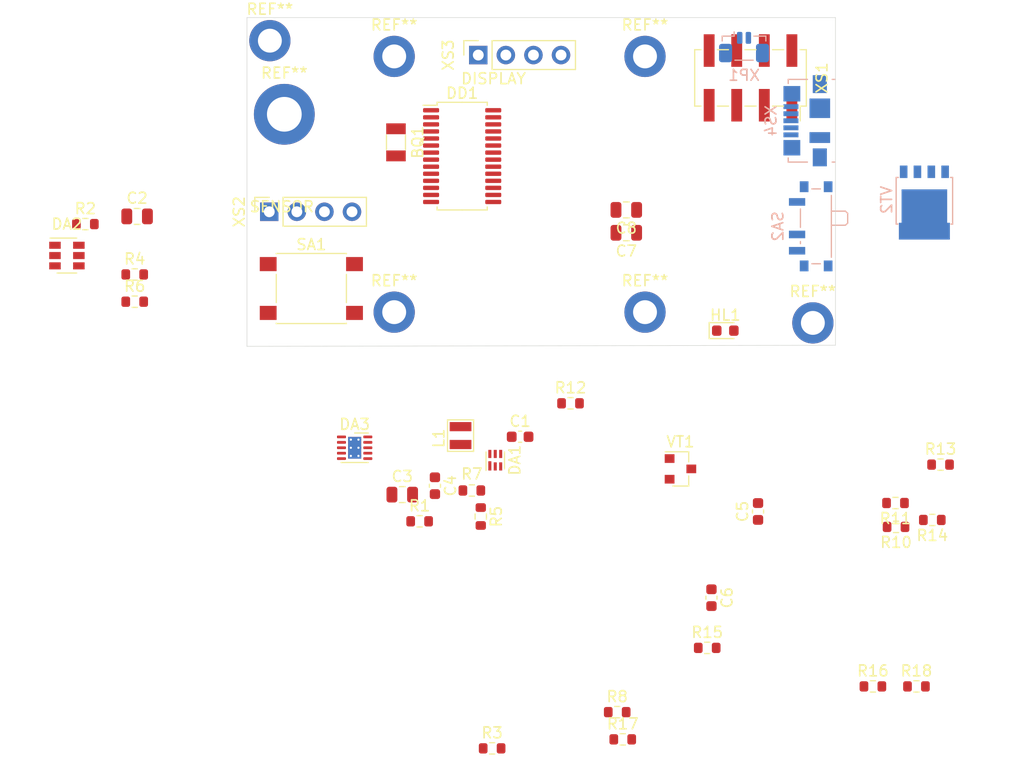
<source format=kicad_pcb>
(kicad_pcb (version 20211014) (generator pcbnew)
  (layers (0 "F.Cu" signal) (31 "B.Cu" signal) (34 "B.Paste" user) (35 "F.Paste" user) (36 "B.SilkS" user "B.Silkscreen") (37 "F.SilkS" user "F.Silkscreen") (38 "B.Mask" user) (39 "F.Mask" user) (44 "Edge.Cuts" user))
  (net 0 "")
  (net 1 "Net-(BQ1-Pad2)")
  (net 2 "Net-(BQ1-Pad1)")
  (net 3 "Net-(DD1-Pad24)")
  (net 13 "/UART_RX")
  (net 14 "/UART_TX")
  (net 15 "Net-(C2-Pad1)")
  (net 16 "/SCL")
  (net 17 "/SDA")
  (net 18 "/BAT_ADC")
  (net 22 "Net-(C1-Pad2)")
  (net 23 "Net-(C1-Pad1)")
  (net 24 "EXP")
  (net 25 "Net-(C3-Pad1)")
  (net 26 "+3.3V")
  (net 27 "Net-(DA1-Pad6)")
  (net 28 "Net-(DA1-Pad3)")
  (net 29 "Net-(DA1-Pad2)")
  (net 31 "Net-(DA2-Pad4)")
  (net 32 "/ESP_REST")
  (net 33 "/ESP_CH_PD")
  (net 34 "/ESP_IO2")
  (net 35 "/ESP_IO0")
  (net 37 "Net-(DD1-Pad16)")
  (net 38 "Net-(DD1-Pad15)")
  (net 39 "Net-(DD1-Pad28)")
  (net 40 "Net-(DD1-Pad27)")
  (net 41 "Net-(DD1-Pad26)")
  (net 42 "Net-(DD1-Pad25)")
  (net 43 "Net-(C4-Pad1)")
  (net 44 "Net-(C6-Pad1)")
  (net 45 "Net-(DA2-Pad3)")
  (net 46 "Net-(DA2-Pad1)")
  (net 47 "Net-(DA3-Pad4)")
  (net 48 "Net-(DA3-Pad2)")
  (net 49 "Net-(HL1-Pad2)")
  (net 50 "Net-(VT2-Pad5)")
  (net 52 "Net-(SA2-Pad1)")
  (net 54 "Net-(SA2-Pad2)")
  (footprint "Crystal:Crystal_SMD_3215-2Pin_3.2x1.5mm" (layer "F.Cu") (at 67.814 52.37 -90)
    (fp_text reference "BQ1" (at 0 -2 90) (layer "F.SilkS"))
    (fp_text value "32.768 kHz 03215C2")
    (fp_line (start -0.675 -0.875) (end 0.675 -0.875) (layer "F.SilkS") (width 0.12))
    (fp_line (start -0.675 0.875) (end 0.675 0.875) (layer "F.SilkS") (width 0.12))
    (pad "1" smd rect locked (at 1.25 0 270) (size 1 1.8) (layers "F.Cu" "F.Paste" "F.Mask") (net 2 "Net-(BQ1-Pad1)"))
    (pad "2" smd rect locked (at -1.25 0 270) (size 1 1.8) (layers "F.Cu" "F.Paste" "F.Mask") (net 1 "Net-(BQ1-Pad2)"))
  )
  (footprint "Capacitor_SMD:C_0603_1608Metric" (layer "F.Cu") (at 79.248 79.502)
    (fp_text reference "C1" (at 0 -1.43) (layer "F.SilkS"))
    (fp_text value "0.1 мкФ-NP0-50В ±5% 0603")
    (fp_line (start -0.14058 0.51) (end 0.14058 0.51) (layer "F.SilkS") (width 0.12))
    (fp_line (start -0.14058 -0.51) (end 0.14058 -0.51) (layer "F.SilkS") (width 0.12))
    (pad "1" smd roundrect locked (at -0.775 0) (size 0.9 0.95) (layers "F.Cu" "F.Paste" "F.Mask") (net 23 "Net-(C1-Pad1)"))
    (pad "2" smd roundrect locked (at 0.775 0) (size 0.9 0.95) (layers "F.Cu" "F.Paste" "F.Mask") (net 22 "Net-(C1-Pad2)"))
  )
  (footprint "Capacitor_SMD:C_0805_2012Metric" (layer "F.Cu") (at 68.392 84.836)
    (fp_text reference "C3" (at 0 -1.68) (layer "F.SilkS"))
    (fp_text value "10 мкФ-NP0-16В ±5% 0805")
    (fp_line (start -0.261252 -0.735) (end 0.261252 -0.735) (layer "F.SilkS") (width 0.12))
    (fp_line (start -0.261252 0.735) (end 0.261252 0.735) (layer "F.SilkS") (width 0.12))
    (pad "1" smd roundrect locked (at -0.95 0) (size 1 1.45) (layers "F.Cu" "F.Paste" "F.Mask") (net 25 "Net-(C3-Pad1)"))
    (pad "2" smd roundrect locked (at 0.95 0) (size 1 1.45) (layers "F.Cu" "F.Paste" "F.Mask") (net 24 "EXP"))
  )
  (footprint "Capacitor_SMD:C_0603_1608Metric" (layer "F.Cu") (at 71.402 84.016 -90)
    (fp_text reference "C4" (at 0 -1.43 90) (layer "F.SilkS"))
    (fp_text value "0.1 мкФ-NP0-50В ±5% 0603")
    (fp_line (start -0.14058 -0.51) (end 0.14058 -0.51) (layer "F.SilkS") (width 0.12))
    (fp_line (start -0.14058 0.51) (end 0.14058 0.51) (layer "F.SilkS") (width 0.12))
    (pad "1" smd roundrect locked (at -0.775 0 270) (size 0.9 0.95) (layers "F.Cu" "F.Paste" "F.Mask") (net 43 "Net-(C4-Pad1)"))
    (pad "2" smd roundrect locked (at 0.775 0 270) (size 0.9 0.95) (layers "F.Cu" "F.Paste" "F.Mask") (net 24 "EXP"))
  )
  (footprint "Capacitor_SMD:C_0603_1608Metric" (layer "F.Cu") (at 101.16 86.39 90)
    (fp_text reference "C5" (at 0 -1.43 90) (layer "F.SilkS"))
    (fp_text value "0.1 мкФ-NP0-50В ±5% 0603")
    (fp_line (start -0.14058 0.51) (end 0.14058 0.51) (layer "F.SilkS") (width 0.12))
    (fp_line (start -0.14058 -0.51) (end 0.14058 -0.51) (layer "F.SilkS") (width 0.12))
    (pad "1" smd roundrect locked (at -0.775 0 90) (size 0.9 0.95) (layers "F.Cu" "F.Paste" "F.Mask") (net 26 "+3.3V"))
    (pad "2" smd roundrect locked (at 0.775 0 90) (size 0.9 0.95) (layers "F.Cu" "F.Paste" "F.Mask") (net 24 "EXP"))
  )
  (footprint "Capacitor_SMD:C_0603_1608Metric" (layer "F.Cu") (at 96.87 94.335 -90)
    (fp_text reference "C6" (at 0 -1.43 90) (layer "F.SilkS"))
    (fp_text value "2200 пФ-NP0-50В ±5% 0603")
    (fp_line (start -0.14058 -0.51) (end 0.14058 -0.51) (layer "F.SilkS") (width 0.12))
    (fp_line (start -0.14058 0.51) (end 0.14058 0.51) (layer "F.SilkS") (width 0.12))
    (pad "1" smd roundrect locked (at -0.775 0 270) (size 0.9 0.95) (layers "F.Cu" "F.Paste" "F.Mask") (net 44 "Net-(C6-Pad1)"))
    (pad "2" smd roundrect locked (at 0.775 0 270) (size 0.9 0.95) (layers "F.Cu" "F.Paste" "F.Mask") (net 24 "EXP"))
  )
  (footprint "Capacitor_SMD:C_0805_2012Metric" (layer "F.Cu") (at 89.027 60.706 180)
    (fp_text reference "C7" (at 0 -1.68) (layer "F.SilkS"))
    (fp_text value "10 мкФ-NP0-16В ±5% 0805")
    (fp_line (start -0.261252 0.735) (end 0.261252 0.735) (layer "F.SilkS") (width 0.12))
    (fp_line (start -0.261252 -0.735) (end 0.261252 -0.735) (layer "F.SilkS") (width 0.12))
    (pad "1" smd roundrect locked (at -0.95 0 180) (size 1 1.45) (layers "F.Cu" "F.Paste" "F.Mask") (net 26 "+3.3V"))
    (pad "2" smd roundrect locked (at 0.95 0 180) (size 1 1.45) (layers "F.Cu" "F.Paste" "F.Mask") (net 24 "EXP"))
  )
  (footprint "Capacitor_SMD:C_0805_2012Metric" (layer "F.Cu") (at 89.027 58.596 180)
    (fp_text reference "C8" (at 0 -1.68) (layer "F.SilkS"))
    (fp_text value "10 мкФ-NP0-16В ±5% 0805")
    (fp_line (start -0.261252 -0.735) (end 0.261252 -0.735) (layer "F.SilkS") (width 0.12))
    (fp_line (start -0.261252 0.735) (end 0.261252 0.735) (layer "F.SilkS") (width 0.12))
    (pad "1" smd roundrect locked (at -0.95 0 180) (size 1 1.45) (layers "F.Cu" "F.Paste" "F.Mask") (net 26 "+3.3V"))
    (pad "2" smd roundrect locked (at 0.95 0 180) (size 1 1.45) (layers "F.Cu" "F.Paste" "F.Mask") (net 24 "EXP"))
  )
  (footprint "Package_SON:WSON-6_1.5x1.5mm_P0.5mm" (layer "F.Cu") (at 76.958 81.662 90)
    (fp_text reference "DA1" (at 0 1.8 90) (layer "F.SilkS"))
    (fp_text value "BQ29737 WSON-6")
    (fp_line (start -0.795 0.85) (end 0.755 0.85) (layer "F.SilkS") (width 0.12))
    (fp_line (start -0.945 -0.85) (end 0.755 -0.85) (layer "F.SilkS") (width 0.12))
    (pad "1" smd rect locked (at -0.525 -0.5) (size 0.28 0.85) (layers "F.Cu" "F.Paste" "F.Mask"))
    (pad "2" smd rect locked (at -0.575 0) (size 0.28 0.75) (layers "F.Cu" "F.Paste" "F.Mask") (net 29 "Net-(DA1-Pad2)"))
    (pad "3" smd rect locked (at -0.575 0.5) (size 0.28 0.75) (layers "F.Cu" "F.Paste" "F.Mask") (net 28 "Net-(DA1-Pad3)"))
    (pad "4" smd rect locked (at 0.575 0.5) (size 0.28 0.75) (layers "F.Cu" "F.Paste" "F.Mask") (net 22 "Net-(C1-Pad2)"))
    (pad "5" smd rect locked (at 0.575 0) (size 0.28 0.75) (layers "F.Cu" "F.Paste" "F.Mask") (net 23 "Net-(C1-Pad1)"))
    (pad "6" smd rect locked (at 0.575 -0.5) (size 0.28 0.75) (layers "F.Cu" "F.Paste" "F.Mask") (net 27 "Net-(DA1-Pad6)"))
  )
  (footprint "Package_SON:WSON-10-1EP_2.5x2.5mm_P0.5mm_EP1.2x2mm_ThermalVias" (layer "F.Cu") (at 64.008 80.518)
    (fp_text reference "DA3" (at 0 -2.159) (layer "F.SilkS"))
    (fp_text value "TPS63031 WSON-10")
    (fp_line (start 0 -1.36) (end 1.25 -1.36) (layer "F.SilkS") (width 0.12))
    (fp_line (start -1.25 1.36) (end 1.25 1.36) (layer "F.SilkS") (width 0.12))
    (pad "1" smd roundrect locked (at -1.2125 -1) (size 0.825 0.25) (layers "F.Cu" "F.Paste" "F.Mask") (net 26 "+3.3V"))
    (pad "2" smd roundrect locked (at -1.2125 -0.5) (size 0.825 0.25) (layers "F.Cu" "F.Paste" "F.Mask") (net 48 "Net-(DA3-Pad2)"))
    (pad "3" smd roundrect locked (at -1.2125 0) (size 0.825 0.25) (layers "F.Cu" "F.Paste" "F.Mask") (net 24 "EXP"))
    (pad "4" smd roundrect locked (at -1.2125 0.5) (size 0.825 0.25) (layers "F.Cu" "F.Paste" "F.Mask") (net 47 "Net-(DA3-Pad4)"))
    (pad "5" smd roundrect locked (at -1.2125 1) (size 0.825 0.25) (layers "F.Cu" "F.Paste" "F.Mask") (net 25 "Net-(C3-Pad1)"))
    (pad "6" smd roundrect locked (at 1.2125 1) (size 0.825 0.25) (layers "F.Cu" "F.Paste" "F.Mask") (net 43 "Net-(C4-Pad1)"))
    (pad "7" smd roundrect locked (at 1.2125 0.5) (size 0.825 0.25) (layers "F.Cu" "F.Paste" "F.Mask") (net 43 "Net-(C4-Pad1)"))
    (pad "8" smd roundrect locked (at 1.2125 0) (size 0.825 0.25) (layers "F.Cu" "F.Paste" "F.Mask") (net 43 "Net-(C4-Pad1)"))
    (pad "9" smd roundrect locked (at 1.2125 -0.5) (size 0.825 0.25) (layers "F.Cu" "F.Paste" "F.Mask") (net 24 "EXP"))
    (pad "10" smd roundrect locked (at 1.2125 -1) (size 0.825 0.25) (layers "F.Cu" "F.Paste" "F.Mask") (net 26 "+3.3V"))
    (pad "11" thru_hole circle locked (at -0.35 0) (size 0.5 0.5) (drill 0.2) (layers *.Cu) (net 24 "EXP"))
    (pad "11" thru_hole circle locked (at 0.35 -0.75) (size 0.5 0.5) (drill 0.2) (layers *.Cu) (net 24 "EXP"))
    (pad "11" thru_hole circle locked (at 0.35 0.75) (size 0.5 0.5) (drill 0.2) (layers *.Cu) (net 24 "EXP"))
    (pad "11" thru_hole circle locked (at -0.35 -0.75) (size 0.5 0.5) (drill 0.2) (layers *.Cu) (net 24 "EXP"))
    (pad "11" thru_hole circle locked (at -0.35 0.75) (size 0.5 0.5) (drill 0.2) (layers *.Cu) (net 24 "EXP"))
    (pad "11" thru_hole circle locked (at 0.35 0) (size 0.5 0.5) (drill 0.2) (layers *.Cu) (net 24 "EXP"))
    (pad "11" smd rect locked (at 0 0) (size 1.2 2) (layers "B.Cu") (net 24 "EXP"))
    (pad "11" smd rect locked (at 0 0) (size 1.2 2) (layers "F.Cu" "F.Mask") (net 24 "EXP"))
  )
  (footprint "Package_SO:TSSOP-28_4.4x9.7mm_P0.65mm" (layer "F.Cu") (at 73.91 53.64)
    (fp_text reference "DD1" (at 0 -5.8) (layer "F.SilkS"))
    (fp_text value "MSP430F2112IPW TSSOP-28")
    (fp_line (start 0 -4.96) (end -2.31 -4.96) (layer "F.SilkS") (width 0.12))
    (fp_line (start 0 -4.96) (end 2.31 -4.96) (layer "F.SilkS") (width 0.12))
    (fp_line (start 2.31 -4.96) (end 2.31 -4.685) (layer "F.SilkS") (width 0.12))
    (fp_line (start 2.31 4.96) (end 2.31 4.685) (layer "F.SilkS") (width 0.12))
    (fp_line (start -2.31 -4.96) (end -2.31 -4.685) (layer "F.SilkS") (width 0.12))
    (fp_line (start 0 4.96) (end -2.31 4.96) (layer "F.SilkS") (width 0.12))
    (fp_line (start -2.31 -4.685) (end -3.6 -4.685) (layer "F.SilkS") (width 0.12))
    (fp_line (start 0 4.96) (end 2.31 4.96) (layer "F.SilkS") (width 0.12))
    (fp_line (start -2.31 4.96) (end -2.31 4.685) (layer "F.SilkS") (width 0.12))
    (pad "1" smd roundrect locked (at -2.8625 -4.225) (size 1.475 0.4) (layers "F.Cu" "F.Paste" "F.Mask"))
    (pad "2" smd roundrect locked (at -2.8625 -3.575) (size 1.475 0.4) (layers "F.Cu" "F.Paste" "F.Mask") (net 26 "+3.3V"))
    (pad "3" smd roundrect locked (at -2.8625 -2.925) (size 1.475 0.4) (layers "F.Cu" "F.Paste" "F.Mask"))
    (pad "4" smd roundrect locked (at -2.8625 -2.275) (size 1.475 0.4) (layers "F.Cu" "F.Paste" "F.Mask") (net 24 "EXP"))
    (pad "5" smd roundrect locked (at -2.8625 -1.625) (size 1.475 0.4) (layers "F.Cu" "F.Paste" "F.Mask") (net 1 "Net-(BQ1-Pad2)"))
    (pad "6" smd roundrect locked (at -2.8625 -0.975) (size 1.475 0.4) (layers "F.Cu" "F.Paste" "F.Mask") (net 2 "Net-(BQ1-Pad1)"))
    (pad "7" smd roundrect locked (at -2.8625 -0.325) (size 1.475 0.4) (layers "F.Cu" "F.Paste" "F.Mask") (net 44 "Net-(C6-Pad1)"))
    (pad "8" smd roundrect locked (at -2.8625 0.325) (size 1.475 0.4) (layers "F.Cu" "F.Paste" "F.Mask") (net 18 "/BAT_ADC"))
    (pad "9" smd roundrect locked (at -2.8625 0.975) (size 1.475 0.4) (layers "F.Cu" "F.Paste" "F.Mask"))
    (pad "10" smd roundrect locked (at -2.8625 1.625) (size 1.475 0.4) (layers "F.Cu" "F.Paste" "F.Mask"))
    (pad "11" smd roundrect locked (at -2.8625 2.275) (size 1.475 0.4) (layers "F.Cu" "F.Paste" "F.Mask"))
    (pad "12" smd roundrect locked (at -2.8625 2.925) (size 1.475 0.4) (layers "F.Cu" "F.Paste" "F.Mask") (net 17 "/SDA"))
    (pad "13" smd roundrect locked (at -2.8625 3.575) (size 1.475 0.4) (layers "F.Cu" "F.Paste" "F.Mask") (net 16 "/SCL"))
    (pad "14" smd roundrect locked (at -2.8625 4.225) (size 1.475 0.4) (layers "F.Cu" "F.Paste" "F.Mask"))
    (pad "15" smd roundrect locked (at 2.8625 4.225) (size 1.475 0.4) (layers "F.Cu" "F.Paste" "F.Mask") (net 38 "Net-(DD1-Pad15)"))
    (pad "16" smd roundrect locked (at 2.8625 3.575) (size 1.475 0.4) (layers "F.Cu" "F.Paste" "F.Mask") (net 37 "Net-(DD1-Pad16)"))
    (pad "17" smd roundrect locked (at 2.8625 2.925) (size 1.475 0.4) (layers "F.Cu" "F.Paste" "F.Mask"))
    (pad "18" smd roundrect locked (at 2.8625 2.275) (size 1.475 0.4) (layers "F.Cu" "F.Paste" "F.Mask"))
    (pad "19" smd roundrect locked (at 2.8625 1.625) (size 1.475 0.4) (layers "F.Cu" "F.Paste" "F.Mask"))
    (pad "20" smd roundrect locked (at 2.8625 0.975) (size 1.475 0.4) (layers "F.Cu" "F.Paste" "F.Mask"))
    (pad "21" smd roundrect locked (at 2.8625 0.325) (size 1.475 0.4) (layers "F.Cu" "F.Paste" "F.Mask"))
    (pad "22" smd roundrect locked (at 2.8625 -0.325) (size 1.475 0.4) (layers "F.Cu" "F.Paste" "F.Mask"))
    (pad "23" smd roundrect locked (at 2.8625 -0.975) (size 1.475 0.4) (layers "F.Cu" "F.Paste" "F.Mask"))
    (pad "24" smd roundrect locked (at 2.8625 -1.625) (size 1.475 0.4) (layers "F.Cu" "F.Paste" "F.Mask") (net 3 "Net-(DD1-Pad24)"))
    (pad "25" smd roundrect locked (at 2.8625 -2.275) (size 1.475 0.4) (layers "F.Cu" "F.Paste" "F.Mask") (net 42 "Net-(DD1-Pad25)"))
    (pad "26" smd roundrect locked (at 2.8625 -2.925) (size 1.475 0.4) (layers "F.Cu" "F.Paste" "F.Mask") (net 41 "Net-(DD1-Pad26)"))
    (pad "27" smd roundrect locked (at 2.8625 -3.575) (size 1.475 0.4) (layers "F.Cu" "F.Paste" "F.Mask") (net 40 "Net-(DD1-Pad27)"))
    (pad "28" smd roundrect locked (at 2.8625 -4.225) (size 1.475 0.4) (layers "F.Cu" "F.Paste" "F.Mask") (net 39 "Net-(DD1-Pad28)"))
  )
  (footprint "myLib_LCC:VLS252012CX" (layer "F.Cu") (at 74.762 80.646 90)
    (fp_text reference "L1" (at 1 -3 90) (layer "F.SilkS"))
    (fp_text value "VLS252010CX-1R5M-1 1,5 мкГн 2010")
    (fp_line (start -0.2 -2.2) (end 2.7 -2.2) (layer "F.SilkS") (width 0.12))
    (fp_line (start 2.7 0.2) (end -0.2 0.2) (layer "F.SilkS") (width 0.12))
    (fp_line (start -0.2 0.2) (end -0.2 -2.2) (layer "F.SilkS") (width 0.12))
    (fp_line (start 2.7 -2.2) (end 2.7 0.2) (layer "F.SilkS") (width 0.12))
    (pad "1" smd rect locked (at 0.425 -1 90) (size 0.85 2) (layers "F.Cu" "F.Paste" "F.Mask") (net 47 "Net-(DA3-Pad4)"))
    (pad "2" smd rect locked (at 2.075 -1 90) (size 0.85 2) (layers "F.Cu" "F.Paste" "F.Mask") (net 48 "Net-(DA3-Pad2)"))
  )
  (footprint "Resistor_SMD:R_0603_1608Metric" (layer "F.Cu") (at 69.993 87.295)
    (fp_text reference "R1" (at 0 -1.43) (layer "F.SilkS"))
    (fp_text value "330 Ом ±5% 0603")
    (fp_line (start -0.237258 0.5225) (end 0.237258 0.5225) (layer "F.SilkS") (width 0.12))
    (fp_line (start -0.237258 -0.5225) (end 0.237258 -0.5225) (layer "F.SilkS") (width 0.12))
    (pad "1" smd roundrect locked (at -0.825 0) (size 0.8 0.95) (layers "F.Cu" "F.Paste" "F.Mask") (net 25 "Net-(C3-Pad1)"))
    (pad "2" smd roundrect locked (at 0.825 0) (size 0.8 0.95) (layers "F.Cu" "F.Paste" "F.Mask") (net 23 "Net-(C1-Pad1)"))
  )
  (footprint "Resistor_SMD:R_0603_1608Metric" (layer "F.Cu") (at 76.67 108.22)
    (fp_text reference "R3" (at 0 -1.43) (layer "F.SilkS"))
    (fp_text value "2,2 кОм  ±5% 0603")
    (fp_line (start -0.237258 0.5225) (end 0.237258 0.5225) (layer "F.SilkS") (width 0.12))
    (fp_line (start -0.237258 -0.5225) (end 0.237258 -0.5225) (layer "F.SilkS") (width 0.12))
    (pad "1" smd roundrect locked (at -0.825 0) (size 0.8 0.95) (layers "F.Cu" "F.Paste" "F.Mask") (net 27 "Net-(DA1-Pad6)"))
    (pad "2" smd roundrect locked (at 0.825 0) (size 0.8 0.95) (layers "F.Cu" "F.Paste" "F.Mask") (net 24 "EXP"))
  )
  (footprint "Resistor_SMD:R_0603_1608Metric" (layer "F.Cu") (at 75.623 86.855 -90)
    (fp_text reference "R5" (at 0 -1.43 90) (layer "F.SilkS"))
    (fp_text value "10 кОм  ±5% 0603")
    (fp_line (start -0.237258 0.5225) (end 0.237258 0.5225) (layer "F.SilkS") (width 0.12))
    (fp_line (start -0.237258 -0.5225) (end 0.237258 -0.5225) (layer "F.SilkS") (width 0.12))
    (pad "1" smd roundrect locked (at -0.825 0 270) (size 0.8 0.95) (layers "F.Cu" "F.Paste" "F.Mask") (net 25 "Net-(C3-Pad1)"))
    (pad "2" smd roundrect locked (at 0.825 0 270) (size 0.8 0.95) (layers "F.Cu" "F.Paste" "F.Mask") (net 24 "EXP"))
  )
  (footprint "Resistor_SMD:R_0603_1608Metric" (layer "F.Cu") (at 74.803 84.455 180)
    (fp_text reference "R7" (at 0 1.524) (layer "F.SilkS"))
    (fp_text value "10 кОм  ±5% 0603")
    (fp_line (start -0.237258 0.5225) (end 0.237258 0.5225) (layer "F.SilkS") (width 0.12))
    (fp_line (start -0.237258 -0.5225) (end 0.237258 -0.5225) (layer "F.SilkS") (width 0.12))
    (pad "1" smd roundrect locked (at -0.825 0 180) (size 0.8 0.95) (layers "F.Cu" "F.Paste" "F.Mask") (net 25 "Net-(C3-Pad1)"))
    (pad "2" smd roundrect locked (at 0.825 0 180) (size 0.8 0.95) (layers "F.Cu" "F.Paste" "F.Mask") (net 18 "/BAT_ADC"))
  )
  (footprint "Resistor_SMD:R_0603_1608Metric" (layer "F.Cu") (at 88.19 104.88)
    (fp_text reference "R8" (at 0 -1.43) (layer "F.SilkS"))
    (fp_text value "100 кОм  ±5% 0603")
    (fp_line (start -0.237258 -0.5225) (end 0.237258 -0.5225) (layer "F.SilkS") (width 0.12))
    (fp_line (start -0.237258 0.5225) (end 0.237258 0.5225) (layer "F.SilkS") (width 0.12))
    (pad "1" smd roundrect locked (at -0.825 0) (size 0.8 0.95) (layers "F.Cu" "F.Paste" "F.Mask") (net 3 "Net-(DD1-Pad24)"))
    (pad "2" smd roundrect locked (at 0.825 0) (size 0.8 0.95) (layers "F.Cu" "F.Paste" "F.Mask") (net 24 "EXP"))
  )
  (footprint "Resistor_SMD:R_0603_1608Metric" (layer "F.Cu") (at 96.48 98.96)
    (fp_text reference "R15" (at 0 -1.43) (layer "F.SilkS"))
    (fp_text value "10 кОм  ±5% 0603")
    (fp_line (start -0.237258 0.5225) (end 0.237258 0.5225) (layer "F.SilkS") (width 0.12))
    (fp_line (start -0.237258 -0.5225) (end 0.237258 -0.5225) (layer "F.SilkS") (width 0.12))
    (pad "1" smd roundrect locked (at -0.825 0) (size 0.8 0.95) (layers "F.Cu" "F.Paste" "F.Mask") (net 26 "+3.3V"))
    (pad "2" smd roundrect locked (at 0.825 0) (size 0.8 0.95) (layers "F.Cu" "F.Paste" "F.Mask") (net 17 "/SDA"))
  )
  (footprint "Resistor_SMD:R_0603_1608Metric" (layer "F.Cu") (at 88.7 107.39)
    (fp_text reference "R17" (at 0 -1.43) (layer "F.SilkS"))
    (fp_text value "10 кОм  ±5% 0603")
    (fp_line (start -0.237258 0.5225) (end 0.237258 0.5225) (layer "F.SilkS") (width 0.12))
    (fp_line (start -0.237258 -0.5225) (end 0.237258 -0.5225) (layer "F.SilkS") (width 0.12))
    (pad "1" smd roundrect locked (at -0.825 0) (size 0.8 0.95) (layers "F.Cu" "F.Paste" "F.Mask") (net 26 "+3.3V"))
    (pad "2" smd roundrect locked (at 0.825 0) (size 0.8 0.95) (layers "F.Cu" "F.Paste" "F.Mask") (net 16 "/SCL"))
  )
  (footprint "Button_Switch_SMD:SW_Push_1P1T_NO_6x6mm_H9.5mm" (layer "F.Cu") (at 60.02 65.84)
    (fp_text reference "SA1" (at 0 -4.05) (layer "F.SilkS"))
    (fp_text value "PTS645VM58-2 LFS")
    (fp_line (start -3.23 -3.23) (end 3.23 -3.23) (layer "F.SilkS") (width 0.12))
    (fp_line (start -3.23 3.23) (end 3.23 3.23) (layer "F.SilkS") (width 0.12))
    (fp_line (start 3.23 3.23) (end 3.23 3.2) (layer "F.SilkS") (width 0.12))
    (fp_line (start -3.23 -1.3) (end -3.23 1.3) (layer "F.SilkS") (width 0.12))
    (fp_line (start -3.23 3.23) (end -3.23 3.2) (layer "F.SilkS") (width 0.12))
    (fp_line (start 3.23 -3.23) (end 3.23 -3.2) (layer "F.SilkS") (width 0.12))
    (fp_line (start -3.23 -3.2) (end -3.23 -3.23) (layer "F.SilkS") (width 0.12))
    (fp_line (start 3.23 -1.3) (end 3.23 1.3) (layer "F.SilkS") (width 0.12))
    (pad "1" smd rect locked (at -3.975 -2.25) (size 1.55 1.3) (layers "F.Cu" "F.Paste" "F.Mask") (net 3 "Net-(DD1-Pad24)"))
    (pad "1" smd rect locked (at 3.975 -2.25) (size 1.55 1.3) (layers "F.Cu" "F.Paste" "F.Mask") (net 3 "Net-(DD1-Pad24)"))
    (pad "2" smd rect locked (at 3.975 2.25) (size 1.55 1.3) (layers "F.Cu" "F.Paste" "F.Mask") (net 26 "+3.3V"))
    (pad "2" smd rect locked (at -3.975 2.25) (size 1.55 1.3) (layers "F.Cu" "F.Paste" "F.Mask") (net 26 "+3.3V"))
  )
  (footprint "Connector_PinSocket_2.54mm:PinSocket_2x04_P2.54mm_Vertical_SMD" (layer "F.Cu") (at 100.467001 46.429999 -90)
    (fp_text reference "XS1" (at 0 -6.58 90) (layer "F.SilkS"))
    (fp_text value "PBD-8")
    (fp_line (start 2.6 -4.57) (end 3.96 -4.57) (layer "F.SilkS") (width 0.12))
    (fp_line (start -2.6 -5.14) (end 2.6 -5.14) (layer "F.SilkS") (width 0.12))
    (fp_line (start -2.6 -5.14) (end -2.6 -4.57) (layer "F.SilkS") (width 0.12))
    (fp_line (start -2.6 5.14) (end 2.6 5.14) (layer "F.SilkS") (width 0.12))
    (fp_line (start -2.6 -3.05) (end -2.6 -2.03) (layer "F.SilkS") (width 0.12))
    (fp_line (start 2.6 2.03) (end 2.6 3.05) (layer "F.SilkS") (width 0.12))
    (fp_line (start -2.6 -0.51) (end -2.6 0.51) (layer "F.SilkS") (width 0.12))
    (fp_line (start 2.6 -5.14) (end 2.6 -4.57) (layer "F.SilkS") (width 0.12))
    (fp_line (start 2.6 -3.05) (end 2.6 -2.03) (layer "F.SilkS") (width 0.12))
    (fp_line (start 2.6 -0.51) (end 2.6 0.51) (layer "F.SilkS") (width 0.12))
    (fp_line (start 2.6 4.57) (end 2.6 5.14) (layer "F.SilkS") (width 0.12))
    (fp_line (start -2.6 2.03) (end -2.6 3.05) (layer "F.SilkS") (width 0.12))
    (fp_line (start -2.6 4.57) (end -2.6 5.14) (layer "F.SilkS") (width 0.12))
    (pad "1" smd rect (at 2.52 -3.81 270) (size 3 1) (layers "F.Cu" "F.Paste" "F.Mask") (net 24 "EXP"))
    (pad "2" smd rect (at -2.52 -3.81 270) (size 3 1) (layers "F.Cu" "F.Paste" "F.Mask") (net 34 "/ESP_IO2"))
    (pad "3" smd rect (at 2.52 -1.27 270) (size 3 1) (layers "F.Cu" "F.Paste" "F.Mask") (net 35 "/ESP_IO0"))
    (pad "4" smd rect (at -2.52 -1.27 270) (size 3 1) (layers "F.Cu" "F.Paste" "F.Mask") (net 14 "/UART_TX"))
    (pad "5" smd rect (at 2.52 1.27 270) (size 3 1) (layers "F.Cu" "F.Paste" "F.Mask") (net 26 "+3.3V"))
    (pad "6" smd rect (at -2.52 1.27 270) (size 3 1) (layers "F.Cu" "F.Paste" "F.Mask") (net 33 "/ESP_CH_PD"))
    (pad "7" smd rect (at 2.52 3.81 270) (size 3 1) (layers "F.Cu" "F.Paste" "F.Mask") (net 32 "/ESP_REST"))
    (pad "8" smd rect (at -2.52 3.81 270) (size 3 1) (layers "F.Cu" "F.Paste" "F.Mask") (net 13 "/UART_RX"))
  )
  (footprint "Connector_PinSocket_2.54mm:PinSocket_1x04_P2.54mm_Vertical" (layer "F.Cu") (at 56.144 58.769 90)
    (fp_text reference "XS2" (at 0 -2.77 90) (layer "F.SilkS"))
    (fp_text value "PBS-4")
    (fp_line (start -1.33 1.27) (end -1.33 8.95) (layer "F.SilkS") (width 0.12))
    (fp_line (start -1.33 8.95) (end 1.33 8.95) (layer "F.SilkS") (width 0.12))
    (fp_line (start 1.33 -1.33) (end 1.33 0) (layer "F.SilkS") (width 0.12))
    (fp_line (start -1.33 1.27) (end 1.33 1.27) (layer "F.SilkS") (width 0.12))
    (fp_line (start 0 -1.33) (end 1.33 -1.33) (layer "F.SilkS") (width 0.12))
    (fp_line (start 1.33 1.27) (end 1.33 8.95) (layer "F.SilkS") (width 0.12))
    (pad "1" thru_hole rect (at 0 0 90) (size 1.7 1.7) (drill 1) (layers *.Cu *.Mask) (net 26 "+3.3V"))
    (pad "2" thru_hole oval (at 0 2.54 90) (size 1.7 1.7) (drill 1) (layers *.Cu *.Mask) (net 24 "EXP"))
    (pad "3" thru_hole oval (at 0 5.08 90) (size 1.7 1.7) (drill 1) (layers *.Cu *.Mask) (net 16 "/SCL"))
    (pad "4" thru_hole oval (at 0 7.62 90) (size 1.7 1.7) (drill 1) (layers *.Cu *.Mask) (net 17 "/SDA"))
  )
  (footprint "Connector_PinSocket_2.54mm:PinSocket_1x04_P2.54mm_Vertical" (layer "F.Cu") (at 75.394724 44.3263 90)
    (fp_text reference "XS3" (at 0 -2.77 90) (layer "F.SilkS"))
    (fp_text value "PBS-4")
    (fp_line (start -1.33 1.27) (end -1.33 8.95) (layer "F.SilkS") (width 0.12))
    (fp_line (start 0 -1.33) (end 1.33 -1.33) (layer "F.SilkS") (width 0.12))
    (fp_line (start -1.33 8.95) (end 1.33 8.95) (layer "F.SilkS") (width 0.12))
    (fp_line (start -1.33 1.27) (end 1.33 1.27) (layer "F.SilkS") (width 0.12))
    (fp_line (start 1.33 -1.33) (end 1.33 0) (layer "F.SilkS") (width 0.12))
    (fp_line (start 1.33 1.27) (end 1.33 8.95) (layer "F.SilkS") (width 0.12))
    (pad "1" thru_hole rect (at 0 0 90) (size 1.7 1.7) (drill 1) (layers *.Cu *.Mask) (net 24 "EXP"))
    (pad "2" thru_hole oval (at 0 2.54 90) (size 1.7 1.7) (drill 1) (layers *.Cu *.Mask) (net 26 "+3.3V"))
    (pad "3" thru_hole oval (at 0 5.08 90) (size 1.7 1.7) (drill 1) (layers *.Cu *.Mask) (net 16 "/SCL"))
    (pad "4" thru_hole oval (at 0 7.62 90) (size 1.7 1.7) (drill 1) (layers *.Cu *.Mask) (net 17 "/SDA"))
  )
  (footprint "Resistor_SMD:R_0603_1608Metric" (layer "F.Cu") (at 111.74 102.51)
    (fp_text reference "R16" (at 0 -1.43) (layer "F.SilkS"))
    (fp_text value "510 Ом  ±5% 0603")
    (fp_line (start -0.237258 -0.5225) (end 0.237258 -0.5225) (layer "F.SilkS") (width 0.12))
    (fp_line (start -0.237258 0.5225) (end 0.237258 0.5225) (layer "F.SilkS") (width 0.12))
    (pad "1" smd roundrect locked (at -0.825 0) (size 0.8 0.95) (layers "F.Cu" "F.Paste" "F.Mask") (net 38 "Net-(DD1-Pad15)"))
    (pad "2" smd roundrect locked (at 0.825 0) (size 0.8 0.95) (layers "F.Cu" "F.Paste" "F.Mask") (net 14 "/UART_TX"))
  )
  (footprint "Resistor_SMD:R_0603_1608Metric" (layer "F.Cu") (at 115.75 102.51)
    (fp_text reference "R18" (at 0 -1.43) (layer "F.SilkS"))
    (fp_text value "510 Ом  ±5% 0603")
    (fp_line (start -0.237258 -0.5225) (end 0.237258 -0.5225) (layer "F.SilkS") (width 0.12))
    (fp_line (start -0.237258 0.5225) (end 0.237258 0.5225) (layer "F.SilkS") (width 0.12))
    (pad "1" smd roundrect locked (at -0.825 0) (size 0.8 0.95) (layers "F.Cu" "F.Paste" "F.Mask") (net 37 "Net-(DD1-Pad16)"))
    (pad "2" smd roundrect locked (at 0.825 0) (size 0.8 0.95) (layers "F.Cu" "F.Paste" "F.Mask") (net 13 "/UART_RX"))
  )
  (footprint "Package_TO_SOT_SMD:SOT-23" (layer "F.Cu") (at 94.015001 82.465001)
    (fp_text reference "VT1" (at 0 -2.5) (layer "F.SilkS"))
    (fp_text value "Si2307BDS")
    (fp_line (start 0.76 1.58) (end -0.7 1.58) (layer "F.SilkS") (width 0.12))
    (fp_line (start 0.76 1.58) (end 0.76 0.65) (layer "F.SilkS") (width 0.12))
    (fp_line (start 0.76 -1.58) (end 0.76 -0.65) (layer "F.SilkS") (width 0.12))
    (fp_line (start 0.76 -1.58) (end -1.4 -1.58) (layer "F.SilkS") (width 0.12))
    (pad "1" smd rect locked (at -1 -0.95) (size 0.9 0.8) (layers "F.Cu" "F.Paste" "F.Mask") (net 22 "Net-(C1-Pad2)"))
    (pad "2" smd rect locked (at -1 0.95) (size 0.9 0.8) (layers "F.Cu" "F.Paste" "F.Mask") (net 25 "Net-(C3-Pad1)"))
    (pad "3" smd rect locked (at 1 0) (size 0.9 0.8) (layers "F.Cu" "F.Paste" "F.Mask") (net 54 "Net-(SA2-Pad2)"))
  )
  (footprint "Resistor_SMD:R_0603_1608Metric" (layer "F.Cu") (at 113.87 87.81 180)
    (fp_text reference "R10" (at 0 -1.43) (layer "F.SilkS"))
    (fp_text value "510 Ом  ±5% 0603")
    (fp_line (start -0.237258 -0.5225) (end 0.237258 -0.5225) (layer "F.SilkS") (width 0.12))
    (fp_line (start -0.237258 0.5225) (end 0.237258 0.5225) (layer "F.SilkS") (width 0.12))
    (pad "1" smd roundrect locked (at -0.825 0 180) (size 0.8 0.95) (layers "F.Cu" "F.Paste" "F.Mask") (net 34 "/ESP_IO2"))
    (pad "2" smd roundrect locked (at 0.825 0 180) (size 0.8 0.95) (layers "F.Cu" "F.Paste" "F.Mask") (net 41 "Net-(DD1-Pad26)"))
  )
  (footprint "Resistor_SMD:R_0603_1608Metric" (layer "F.Cu") (at 113.82 85.61 180)
    (fp_text reference "R11" (at 0 -1.43) (layer "F.SilkS"))
    (fp_text value "510 Ом  ±5% 0603")
    (fp_line (start -0.237258 -0.5225) (end 0.237258 -0.5225) (layer "F.SilkS") (width 0.12))
    (fp_line (start -0.237258 0.5225) (end 0.237258 0.5225) (layer "F.SilkS") (width 0.12))
    (pad "1" smd roundrect locked (at -0.825 0 180) (size 0.8 0.95) (layers "F.Cu" "F.Paste" "F.Mask") (net 32 "/ESP_REST"))
    (pad "2" smd roundrect locked (at 0.825 0 180) (size 0.8 0.95) (layers "F.Cu" "F.Paste" "F.Mask") (net 39 "Net-(DD1-Pad28)"))
  )
  (footprint "Resistor_SMD:R_0603_1608Metric" (layer "F.Cu") (at 117.97 82.07)
    (fp_text reference "R13" (at 0 -1.43) (layer "F.SilkS"))
    (fp_text value "510 Ом  ±5% 0603")
    (fp_line (start -0.237258 -0.5225) (end 0.237258 -0.5225) (layer "F.SilkS") (width 0.12))
    (fp_line (start -0.237258 0.5225) (end 0.237258 0.5225) (layer "F.SilkS") (width 0.12))
    (pad "1" smd roundrect locked (at -0.825 0) (size 0.8 0.95) (layers "F.Cu" "F.Paste" "F.Mask") (net 35 "/ESP_IO0"))
    (pad "2" smd roundrect locked (at 0.825 0) (size 0.8 0.95) (layers "F.Cu" "F.Paste" "F.Mask") (net 42 "Net-(DD1-Pad25)"))
  )
  (footprint "Resistor_SMD:R_0603_1608Metric" (layer "F.Cu") (at 117.21 87.17 180)
    (fp_text reference "R14" (at 0 -1.43) (layer "F.SilkS"))
    (fp_text value "510 Ом  ±5% 0603")
    (fp_line (start -0.237258 0.5225) (end 0.237258 0.5225) (layer "F.SilkS") (width 0.12))
    (fp_line (start -0.237258 -0.5225) (end 0.237258 -0.5225) (layer "F.SilkS") (width 0.12))
    (pad "1" smd roundrect locked (at -0.825 0 180) (size 0.8 0.95) (layers "F.Cu" "F.Paste" "F.Mask") (net 33 "/ESP_CH_PD"))
    (pad "2" smd roundrect locked (at 0.825 0 180) (size 0.8 0.95) (layers "F.Cu" "F.Paste" "F.Mask") (net 40 "Net-(DD1-Pad27)"))
  )
  (footprint "Capacitor_SMD:C_0805_2012Metric" (layer "F.Cu") (at 43.972 59.196)
    (fp_text reference "C2" (at 0 -1.68) (layer "F.SilkS"))
    (fp_text value "1 мкФ-NP0-16В ±5% 0805")
    (fp_line (start -0.261252 0.735) (end 0.261252 0.735) (layer "F.SilkS") (width 0.12))
    (fp_line (start -0.261252 -0.735) (end 0.261252 -0.735) (layer "F.SilkS") (width 0.12))
    (pad "1" smd roundrect locked (at -0.95 0) (size 1 1.45) (layers "F.Cu" "F.Paste" "F.Mask") (net 15 "Net-(C2-Pad1)"))
    (pad "2" smd roundrect locked (at 0.95 0) (size 1 1.45) (layers "F.Cu" "F.Paste" "F.Mask") (net 24 "EXP"))
  )
  (footprint "Package_TO_SOT_SMD:SOT-23-6" (layer "F.Cu") (at 37.508 62.804)
    (fp_text reference "DA2" (at 0 -2.9) (layer "F.SilkS"))
    (fp_text value "BQ21040")
    (fp_line (start -0.9 1.61) (end 0.9 1.61) (layer "F.SilkS") (width 0.12))
    (fp_line (start 0.9 -1.61) (end -1.55 -1.61) (layer "F.SilkS") (width 0.12))
    (pad "1" smd rect locked (at -1.1 -0.95) (size 1.06 0.65) (layers "F.Cu" "F.Paste" "F.Mask") (net 46 "Net-(DA2-Pad1)"))
    (pad "2" smd rect locked (at -1.1 0) (size 1.06 0.65) (layers "F.Cu" "F.Paste" "F.Mask") (net 25 "Net-(C3-Pad1)"))
    (pad "3" smd rect locked (at -1.1 0.95) (size 1.06 0.65) (layers "F.Cu" "F.Paste" "F.Mask") (net 45 "Net-(DA2-Pad3)"))
    (pad "4" smd rect locked (at 1.1 0.95) (size 1.06 0.65) (layers "F.Cu" "F.Paste" "F.Mask") (net 31 "Net-(DA2-Pad4)"))
    (pad "5" smd rect locked (at 1.1 0) (size 1.06 0.65) (layers "F.Cu" "F.Paste" "F.Mask") (net 24 "EXP"))
    (pad "6" smd rect locked (at 1.1 -0.95) (size 1.06 0.65) (layers "F.Cu" "F.Paste" "F.Mask") (net 15 "Net-(C2-Pad1)"))
  )
  (footprint "LED_SMD:LED_0603_1608Metric" (layer "F.Cu") (at 98.1455 69.723)
    (fp_text reference "HL1" (at 0 -1.43) (layer "F.SilkS"))
    (fp_text value "HL_LED")
    (fp_line (start 0.8 -0.735) (end -1.485 -0.735) (layer "F.SilkS") (width 0.12))
    (fp_line (start -1.485 -0.735) (end -1.485 0.735) (layer "F.SilkS") (width 0.12))
    (fp_line (start -1.485 0.735) (end 0.8 0.735) (layer "F.SilkS") (width 0.12))
    (pad "1" smd roundrect locked (at -0.7875 0) (size 0.875 0.95) (layers "F.Cu" "F.Paste" "F.Mask") (net 45 "Net-(DA2-Pad3)"))
    (pad "2" smd roundrect locked (at 0.7875 0) (size 0.875 0.95) (layers "F.Cu" "F.Paste" "F.Mask") (net 49 "Net-(HL1-Pad2)"))
  )
  (footprint "Resistor_SMD:R_0603_1608Metric" (layer "F.Cu") (at 39.208 59.904)
    (fp_text reference "R2" (at 0 -1.43) (layer "F.SilkS"))
    (fp_text value "1,0 кОм  ±1% 0603")
    (fp_line (start -0.237258 -0.5225) (end 0.237258 -0.5225) (layer "F.SilkS") (width 0.12))
    (fp_line (start -0.237258 0.5225) (end 0.237258 0.5225) (layer "F.SilkS") (width 0.12))
    (pad "1" smd roundrect locked (at -0.825 0) (size 0.8 0.95) (layers "F.Cu" "F.Paste" "F.Mask") (net 31 "Net-(DA2-Pad4)"))
    (pad "2" smd roundrect locked (at 0.825 0) (size 0.8 0.95) (layers "F.Cu" "F.Paste" "F.Mask") (net 24 "EXP"))
  )
  (footprint "Resistor_SMD:R_0603_1608Metric" (layer "F.Cu") (at 43.752 64.546)
    (fp_text reference "R4" (at 0 -1.43) (layer "F.SilkS"))
    (fp_text value "10 кОм  ±5% 0603")
    (fp_line (start -0.237258 0.5225) (end 0.237258 0.5225) (layer "F.SilkS") (width 0.12))
    (fp_line (start -0.237258 -0.5225) (end 0.237258 -0.5225) (layer "F.SilkS") (width 0.12))
    (pad "1" smd roundrect locked (at -0.825 0) (size 0.8 0.95) (layers "F.Cu" "F.Paste" "F.Mask") (net 46 "Net-(DA2-Pad1)"))
    (pad "2" smd roundrect locked (at 0.825 0) (size 0.8 0.95) (layers "F.Cu" "F.Paste" "F.Mask") (net 24 "EXP"))
  )
  (footprint "Resistor_SMD:R_0603_1608Metric" (layer "F.Cu") (at 43.752 67.056)
    (fp_text reference "R6" (at 0 -1.43) (layer "F.SilkS"))
    (fp_text value "1,5 кОм  ±5% 0603")
    (fp_line (start -0.237258 -0.5225) (end 0.237258 -0.5225) (layer "F.SilkS") (width 0.12))
    (fp_line (start -0.237258 0.5225) (end 0.237258 0.5225) (layer "F.SilkS") (width 0.12))
    (pad "1" smd roundrect locked (at -0.825 0) (size 0.8 0.95) (layers "F.Cu" "F.Paste" "F.Mask") (net 49 "Net-(HL1-Pad2)"))
    (pad "2" smd roundrect locked (at 0.825 0) (size 0.8 0.95) (layers "F.Cu" "F.Paste" "F.Mask") (net 25 "Net-(C3-Pad1)"))
  )
  (footprint "Resistor_SMD:R_0603_1608Metric" (layer "F.Cu") (at 83.89 76.42)
    (fp_text reference "R12" (at 0 -1.43) (layer "F.SilkS"))
    (fp_text value "47 кОм  ±5% 0603")
    (fp_line (start -0.237258 0.5225) (end 0.237258 0.5225) (layer "F.SilkS") (width 0.12))
    (fp_line (start -0.237258 -0.5225) (end 0.237258 -0.5225) (layer "F.SilkS") (width 0.12))
    (pad "1" smd roundrect locked (at -0.825 0) (size 0.8 0.95) (layers "F.Cu" "F.Paste" "F.Mask") (net 26 "+3.3V"))
    (pad "2" smd roundrect locked (at 0.825 0) (size 0.8 0.95) (layers "F.Cu" "F.Paste" "F.Mask") (net 44 "Net-(C6-Pad1)"))
  )
  (footprint "MountingHole:MountingHole_2.2mm_M2_DIN965_Pad" (layer "F.Cu") (at 90.75 68.02)
    (fp_text reference "REF**" (at 0 -2.9) (layer "F.SilkS"))
    (fp_text value "MountingHole_2.2mm_M2_DIN965_Pad")
    (pad "1" thru_hole circle locked (at 0 0) (size 3.8 3.8) (drill 2.2) (layers *.Cu *.Mask))
  )
  (footprint "MountingHole:MountingHole_2.2mm_M2_DIN965_Pad" (layer "F.Cu") (at 106.21 69.01)
    (fp_text reference "REF**" (at 0 -2.9) (layer "F.SilkS"))
    (fp_text value "MountingHole_2.2mm_M2_DIN965_Pad")
    (pad "1" thru_hole circle locked (at 0 0) (size 3.8 3.8) (drill 2.2) (layers *.Cu *.Mask))
  )
  (footprint "MountingHole:MountingHole_3.2mm_M3_DIN965_Pad" (layer "F.Cu") (at 57.531 49.784)
    (fp_text reference "REF**" (at 0 -3.8) (layer "F.SilkS"))
    (fp_text value "MountingHole_3.2mm_M3_DIN965_Pad")
    (pad "1" thru_hole circle locked (at 0 0) (size 5.6 5.6) (drill 3.2) (layers *.Cu *.Mask))
  )
  (footprint "MountingHole:MountingHole_2.2mm_M2_DIN965_Pad" (layer "F.Cu") (at 56.2 43)
    (fp_text reference "REF**" (at 0 -2.9) (layer "F.SilkS"))
    (fp_text value "MountingHole_2.2mm_M2_DIN965_Pad")
    (pad "1" thru_hole circle locked (at 0 0) (size 3.8 3.8) (drill 2.2) (layers *.Cu *.Mask))
  )
  (footprint "MountingHole:MountingHole_2.2mm_M2_DIN965_Pad" (layer "F.Cu") (at 67.65 44.45)
    (fp_text reference "REF**" (at 0 -2.9) (layer "F.SilkS"))
    (fp_text value "MountingHole_2.2mm_M2_DIN965_Pad")
    (pad "1" thru_hole circle locked (at 0 0) (size 3.8 3.8) (drill 2.2) (layers *.Cu *.Mask))
  )
  (footprint "MountingHole:MountingHole_2.2mm_M2_DIN965_Pad" (layer "F.Cu") (at 67.65 68.02)
    (fp_text reference "REF**" (at 0 -2.9) (layer "F.SilkS"))
    (fp_text value "MountingHole_2.2mm_M2_DIN965_Pad")
    (pad "1" thru_hole circle locked (at 0 0) (size 3.8 3.8) (drill 2.2) (layers *.Cu *.Mask))
  )
  (footprint "MountingHole:MountingHole_2.2mm_M2_DIN965_Pad" (layer "F.Cu") (at 90.75 44.45)
    (fp_text reference "REF**" (at 0 -2.9) (layer "F.SilkS"))
    (fp_text value "MountingHole_2.2mm_M2_DIN965_Pad")
    (pad "1" thru_hole circle locked (at 0 0) (size 3.8 3.8) (drill 2.2) (layers *.Cu *.Mask))
  )
  (footprint "myLib_LCC:LFPAK56D" (layer "B.Cu") (at 116.48 57.92 -90)
    (fp_text reference "VT2" (at -0.245 3.48 90) (layer "B.SilkS") (effects (justify mirror)))
    (fp_text value "BUK9K5R1-30E LFPAK56D")
    (fp_line (start -2.315 2.6) (end -2.315 2.4) (layer "B.SilkS") (width 0.12))
    (fp_line (start -2.315 -2.4) (end -2.315 -2.6) (layer "B.SilkS") (width 0.12))
    (fp_line (start 1.985 -2.6) (end 1.985 -2.45) (layer "B.SilkS") (width 0.12))
    (fp_line (start 1.985 2.45) (end 1.985 2.6) (layer "B.SilkS") (width 0.12))
    (fp_line (start 1.985 2.6) (end -2.315 2.6) (layer "B.SilkS") (width 0.12))
    (fp_line (start -2.315 -2.6) (end 1.985 -2.6) (layer "B.SilkS") (width 0.12))
    (pad "1" smd rect locked (at -2.835 1.91) (size 0.7 1.15) (layers "B.Cu" "B.Paste" "B.Mask") (net 24 "EXP"))
    (pad "2" smd rect locked (at -2.835 0.64) (size 0.7 1.15) (layers "B.Cu" "B.Paste" "B.Mask") (net 29 "Net-(DA1-Pad2)"))
    (pad "3" smd rect locked (at -2.835 -0.64) (size 0.7 1.15) (layers "B.Cu" "B.Paste" "B.Mask") (net 22 "Net-(C1-Pad2)"))
    (pad "4" smd rect locked (at -2.835 -1.91) (size 0.7 1.15) (layers "B.Cu" "B.Paste" "B.Mask") (net 28 "Net-(DA1-Pad3)"))
    (pad "5" smd custom locked (at 0.435 0 270) (size 3.3 4.2) (layers "B.Cu" "B.Mask") (net 50 "Net-(VT2-Pad5)") (options (clearance outline) (anchor rect)) (primitives (gr_poly (pts (xy 2.975 -2.35) (xy 1.425 -2.35) (xy 1.425 2.35) (xy 2.975 2.35)) (width 0) (fill yes))))
  )
  (footprint "Button_Switch_SMD:SW_SPDT_PCM12" (layer "B.Cu") (at 106.185 60.11 -90)
    (fp_text reference "SA2" (at 0 3.2 90) (layer "B.SilkS") (effects (justify mirror)))
    (fp_text value "PTS645VM58-2 LFS")
    (fp_line (start -2.85 -1.73) (end 2.85 -1.73) (layer "B.SilkS") (width 0.12))
    (fp_line (start -3.45 0.07) (end -3.45 -0.72) (layer "B.SilkS") (width 0.12))
    (fp_line (start -1.4 -3.02) (end -1.2 -3.23) (layer "B.SilkS") (width 0.12))
    (fp_line (start 1.4 1.12) (end 1.6 1.12) (layer "B.SilkS") (width 0.12))
    (fp_line (start -1.4 -1.73) (end -1.4 -3.02) (layer "B.SilkS") (width 0.12))
    (fp_line (start -1.6 1.12) (end 0.1 1.12) (layer "B.SilkS") (width 0.12))
    (fp_line (start -0.1 -3.02) (end -0.1 -1.73) (layer "B.SilkS") (width 0.12))
    (fp_line (start -1.2 -3.23) (end -0.3 -3.23) (layer "B.SilkS") (width 0.12))
    (fp_line (start -0.1 -3.02) (end -0.3 -3.23) (layer "B.SilkS") (width 0.12))
    (fp_line (start 3.45 -0.72) (end 3.45 0.07) (layer "B.SilkS") (width 0.12))
    (pad "" np_thru_hole circle locked (at -1.5 -0.33 270) (size 0.9 0.9) (drill 0.9) (layers *.Cu *.Mask))
    (pad "" smd rect locked (at -3.65 0.78 270) (size 1 0.8) (layers "B.Cu" "B.Paste" "B.Mask"))
    (pad "" smd rect locked (at 3.65 0.78 270) (size 1 0.8) (layers "B.Cu" "B.Paste" "B.Mask"))
    (pad "" smd rect locked (at -3.65 -1.43 270) (size 1 0.8) (layers "B.Cu" "B.Paste" "B.Mask"))
    (pad "" smd rect locked (at 3.65 -1.43 270) (size 1 0.8) (layers "B.Cu" "B.Paste" "B.Mask"))
    (pad "" np_thru_hole circle locked (at 1.5 -0.33 270) (size 0.9 0.9) (drill 0.9) (layers *.Cu *.Mask))
    (pad "1" smd rect locked (at -2.25 1.43 270) (size 0.7 1.5) (layers "B.Cu" "B.Paste" "B.Mask") (net 52 "Net-(SA2-Pad1)"))
    (pad "2" smd rect locked (at 0.75 1.43 270) (size 0.7 1.5) (layers "B.Cu" "B.Paste" "B.Mask") (net 54 "Net-(SA2-Pad2)"))
    (pad "3" smd rect locked (at 2.25 1.43 270) (size 0.7 1.5) (layers "B.Cu" "B.Paste" "B.Mask"))
  )
  (footprint "Connector_USB:USB_Micro-B_Molex_47346-0001" (layer "B.Cu") (at 105.65 50.38 -90)
    (fp_text reference "XS4" (at 0 3.3 90) (layer "B.SilkS") (effects (justify mirror)))
    (fp_text value "USB_A")
    (fp_line (start 3.81 1.71) (end 3.43 1.71) (layer "B.SilkS") (width 0.12))
    (fp_line (start -3.81 -0.06) (end -3.81 1.71) (layer "B.SilkS") (width 0.12))
    (fp_line (start -3.81 1.71) (end -3.43 1.71) (layer "B.SilkS") (width 0.12))
    (fp_line (start -3.81 -2.6) (end -3.81 -2.34) (layer "B.SilkS") (width 0.12))
    (fp_line (start 3.81 1.71) (end 3.81 -0.06) (layer "B.SilkS") (width 0.12))
    (fp_line (start 3.81 -2.34) (end 3.81 -2.6) (layer "B.SilkS") (width 0.12))
    (pad "1" smd rect locked (at -1.3 1.46 270) (size 0.45 1.38) (layers "B.Cu" "B.Paste" "B.Mask") (net 15 "Net-(C2-Pad1)"))
    (pad "2" smd rect locked (at -0.65 1.46 270) (size 0.45 1.38) (layers "B.Cu" "B.Paste" "B.Mask"))
    (pad "3" smd rect locked (at 0 1.46 270) (size 0.45 1.38) (layers "B.Cu" "B.Paste" "B.Mask"))
    (pad "4" smd rect locked (at 0.65 1.46 270) (size 0.45 1.38) (layers "B.Cu" "B.Paste" "B.Mask") (net 24 "EXP"))
    (pad "5" smd rect locked (at 1.3 1.46 270) (size 0.45 1.38) (layers "B.Cu" "B.Paste" "B.Mask") (net 24 "EXP"))
    (pad "6" smd rect locked (at 3.375 -1.2 270) (size 1.65 1.3) (layers "B.Cu" "B.Paste" "B.Mask"))
    (pad "6" smd rect locked (at 1.55 -1.2 270) (size 1 1.9) (layers "B.Cu" "B.Paste" "B.Mask"))
    (pad "6" smd rect locked (at 2.4875 1.375 270) (size 1.425 1.55) (layers "B.Cu" "B.Paste" "B.Mask"))
    (pad "6" smd rect locked (at -3.375 -1.2 270) (size 1.65 1.3) (layers "B.Cu" "B.Paste" "B.Mask"))
    (pad "6" smd rect locked (at -2.4875 1.375 270) (size 1.425 1.55) (layers "B.Cu" "B.Paste" "B.Mask"))
    (pad "6" smd rect locked (at -1.15 -1.2 270) (size 1.8 1.9) (layers "B.Cu" "B.Paste" "B.Mask"))
  )
  (footprint "Connector_JST:JST_SUR_BM02B-SURS-TF_1x02-1MP_P0.80mm_Vertical" (layer "B.Cu") (at 99.87 43.59)
    (fp_text reference "XP1" (at 0 2.6 180) (layer "B.SilkS") (effects (justify mirror)))
    (fp_text value "JST")
    (fp_line (start 2.01 -1.01) (end 0.91 -1.01) (layer "B.SilkS") (width 0.12))
    (fp_line (start -0.84 1.21) (end 0.84 1.21) (layer "B.SilkS") (width 0.12))
    (fp_line (start 2.01 -0.56) (end 2.01 -1.01) (layer "B.SilkS") (width 0.12))
    (fp_line (start -0.91 -1.01) (end -0.91 -1.4) (layer "B.SilkS") (width 0.12))
    (fp_line (start -2.01 -1.01) (end -0.91 -1.01) (layer "B.SilkS") (width 0.12))
    (fp_line (start -2.01 -0.56) (end -2.01 -1.01) (layer "B.SilkS") (width 0.12))
    (pad "1" smd roundrect locked (at -0.4 -0.85) (size 0.5 1.1) (layers "B.Cu" "B.Paste" "B.Mask") (net 52 "Net-(SA2-Pad1)"))
    (pad "2" smd roundrect locked (at 0.4 -0.85) (size 0.5 1.1) (layers "B.Cu" "B.Paste" "B.Mask") (net 22 "Net-(C1-Pad2)"))
    (pad "MP" smd roundrect locked (at -1.7 0.55) (size 1.2 1.7) (layers "B.Cu" "B.Paste" "B.Mask") (roundrect_rratio 0.208333))
    (pad "MP" smd roundrect locked (at 1.7 0.55) (size 1.2 1.7) (layers "B.Cu" "B.Paste" "B.Mask") (roundrect_rratio 0.208333))
  )
  (gr_line (start 54.09 40.87) (end 108.29 40.87) (layer "Edge.Cuts") (width 0.05))
  (gr_line (start 54.09 71.17) (end 54.09 40.87) (layer "Edge.Cuts") (width 0.05))
  (gr_line (start 108.29 71.07) (end 54.09 71.17) (layer "Edge.Cuts") (width 0.05))
  (gr_line (start 108.29 40.87) (end 108.29 71.07) (layer "Edge.Cuts") (width 0.05))
  (gr_text "SENSOR" (at 57.3 58.3) (layer "F.SilkS") (effects (font (size 1 1))))
  (gr_text "DISPLAY" (at 76.8 46.5) (layer "F.SilkS") (effects (font (size 1 1))))
)
</source>
